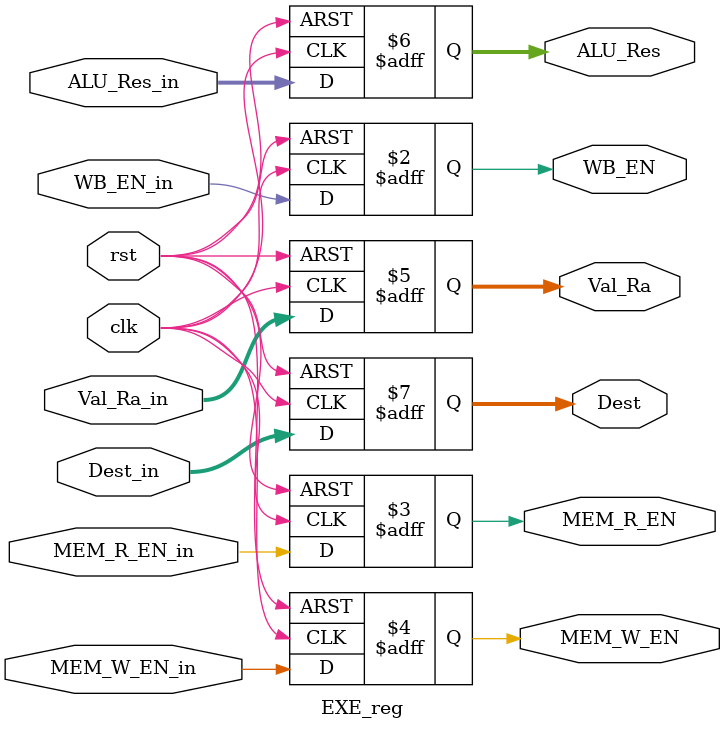
<source format=v>
module EXE_reg (
	input clk,rst,
	input WB_EN_in, MEM_R_EN_in, MEM_W_EN_in,
	input[7:0] Val_Ra_in,
	input[7:0] ALU_Res_in,
	input[1:0] Dest_in,
	//to next stage
	output reg WB_EN, MEM_R_EN, MEM_W_EN,
	output reg[7:0] Val_Ra,
	output reg[7:0] ALU_Res,
	output reg[1:0] Dest
	);

	always@(posedge clk,posedge rst)begin
		if (rst) begin
			WB_EN = 0;
			MEM_R_EN = 0;
			MEM_W_EN = 0;
			Val_Ra = 0;
			ALU_Res = 0;
			Dest = 0;
		end
		else begin
			WB_EN 		= WB_EN_in ;
			MEM_R_EN 	= MEM_R_EN_in;
			MEM_W_EN 	= MEM_W_EN_in;
			ALU_Res 	= ALU_Res_in;
			Val_Ra 		= Val_Ra_in 	;
			Dest 		= Dest_in 		;
		end
	end
endmodule
</source>
